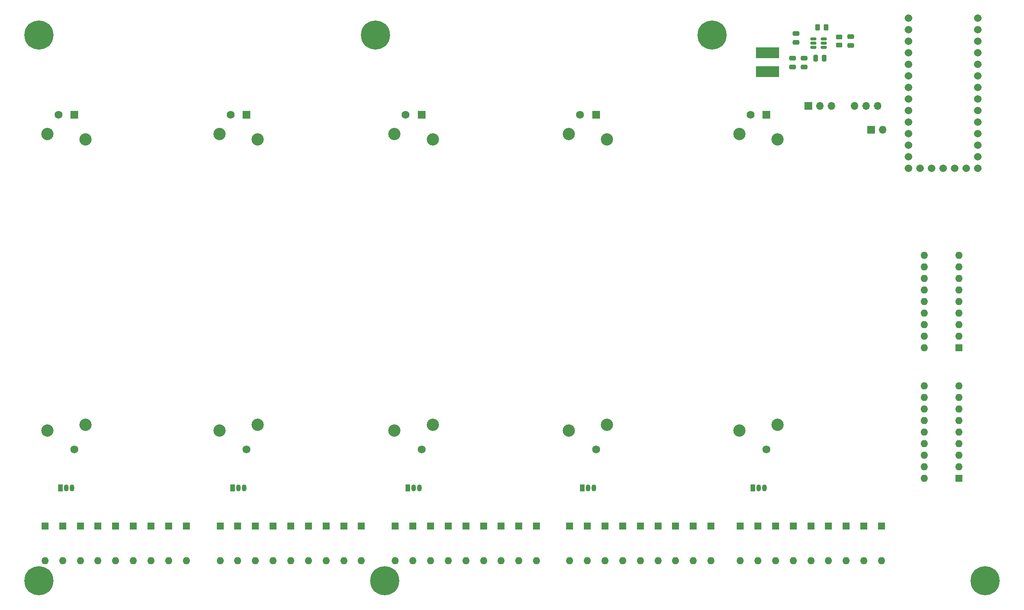
<source format=gbr>
%TF.GenerationSoftware,KiCad,Pcbnew,8.0.1*%
%TF.CreationDate,2024-04-10T00:32:00-05:00*%
%TF.ProjectId,ControlMixer,436f6e74-726f-46c4-9d69-7865722e6b69,rev?*%
%TF.SameCoordinates,Original*%
%TF.FileFunction,Soldermask,Bot*%
%TF.FilePolarity,Negative*%
%FSLAX46Y46*%
G04 Gerber Fmt 4.6, Leading zero omitted, Abs format (unit mm)*
G04 Created by KiCad (PCBNEW 8.0.1) date 2024-04-10 00:32:00*
%MOMM*%
%LPD*%
G01*
G04 APERTURE LIST*
G04 Aperture macros list*
%AMRoundRect*
0 Rectangle with rounded corners*
0 $1 Rounding radius*
0 $2 $3 $4 $5 $6 $7 $8 $9 X,Y pos of 4 corners*
0 Add a 4 corners polygon primitive as box body*
4,1,4,$2,$3,$4,$5,$6,$7,$8,$9,$2,$3,0*
0 Add four circle primitives for the rounded corners*
1,1,$1+$1,$2,$3*
1,1,$1+$1,$4,$5*
1,1,$1+$1,$6,$7*
1,1,$1+$1,$8,$9*
0 Add four rect primitives between the rounded corners*
20,1,$1+$1,$2,$3,$4,$5,0*
20,1,$1+$1,$4,$5,$6,$7,0*
20,1,$1+$1,$6,$7,$8,$9,0*
20,1,$1+$1,$8,$9,$2,$3,0*%
G04 Aperture macros list end*
%ADD10C,6.400000*%
%ADD11C,1.665000*%
%ADD12R,1.750000X1.750000*%
%ADD13C,1.750000*%
%ADD14C,2.700000*%
%ADD15R,1.600000X1.600000*%
%ADD16O,1.600000X1.600000*%
%ADD17R,1.050000X1.500000*%
%ADD18O,1.050000X1.500000*%
%ADD19R,1.700000X1.700000*%
%ADD20O,1.700000X1.700000*%
%ADD21RoundRect,0.250000X0.262500X0.450000X-0.262500X0.450000X-0.262500X-0.450000X0.262500X-0.450000X0*%
%ADD22RoundRect,0.250000X0.475000X-0.250000X0.475000X0.250000X-0.475000X0.250000X-0.475000X-0.250000X0*%
%ADD23R,5.100000X2.350000*%
%ADD24RoundRect,0.250000X0.450000X-0.262500X0.450000X0.262500X-0.450000X0.262500X-0.450000X-0.262500X0*%
%ADD25RoundRect,0.150000X0.512500X0.150000X-0.512500X0.150000X-0.512500X-0.150000X0.512500X-0.150000X0*%
%ADD26RoundRect,0.250000X0.250000X0.475000X-0.250000X0.475000X-0.250000X-0.475000X0.250000X-0.475000X0*%
G04 APERTURE END LIST*
D10*
%TO.C,J6*%
X248000000Y-154000000D03*
%TD*%
%TO.C,J5*%
X116000000Y-154000000D03*
%TD*%
%TO.C,J4*%
X40000000Y-154000000D03*
%TD*%
D11*
%TO.C,IC1*%
X231130000Y-30295000D03*
X231130000Y-32835000D03*
X231130000Y-35375000D03*
X231130000Y-37915000D03*
X231130000Y-40455000D03*
X231130000Y-42995000D03*
X231130000Y-45535000D03*
X231130000Y-48075000D03*
X231130000Y-50615000D03*
X231130000Y-53155000D03*
X231130000Y-55695000D03*
X231130000Y-58235000D03*
X231130000Y-60775000D03*
X231130000Y-63315000D03*
X233670000Y-63315000D03*
X236210000Y-63315000D03*
X238750000Y-63315000D03*
X241290000Y-63315000D03*
X243830000Y-63315000D03*
X246370000Y-63315000D03*
X246370000Y-60775000D03*
X246370000Y-58235000D03*
X246370000Y-55695000D03*
X246370000Y-53155000D03*
X246370000Y-50615000D03*
X246370000Y-48075000D03*
X246370000Y-45535000D03*
X246370000Y-42995000D03*
X246370000Y-40455000D03*
X246370000Y-37915000D03*
X246370000Y-35375000D03*
X246370000Y-32835000D03*
X246370000Y-30295000D03*
%TD*%
D10*
%TO.C,J3*%
X188000000Y-34000000D03*
%TD*%
%TO.C,J2*%
X114000000Y-34000000D03*
%TD*%
%TO.C,J1*%
X40000000Y-34000000D03*
%TD*%
D12*
%TO.C,RV1*%
X47789064Y-51555000D03*
D13*
X44289064Y-51555000D03*
X47789064Y-125055000D03*
D14*
X41839064Y-55705000D03*
X50239064Y-56905000D03*
X50239064Y-119705000D03*
X41839064Y-120905000D03*
%TD*%
D15*
%TO.C,D32*%
X160568750Y-141895000D03*
D16*
X160568750Y-149515000D03*
%TD*%
D15*
%TO.C,D16*%
X83718750Y-141895000D03*
D16*
X83718750Y-149515000D03*
%TD*%
D12*
%TO.C,RV2*%
X85612500Y-51555000D03*
D13*
X82112500Y-51555000D03*
X85612500Y-125055000D03*
D14*
X79662500Y-55705000D03*
X88062500Y-56905000D03*
X88062500Y-119705000D03*
X79662500Y-120905000D03*
%TD*%
D15*
%TO.C,D4*%
X60739064Y-141895000D03*
D16*
X60739064Y-149515000D03*
%TD*%
D15*
%TO.C,D14*%
X91481250Y-141895000D03*
D16*
X91481250Y-149515000D03*
%TD*%
D15*
%TO.C,D11*%
X103125000Y-141895000D03*
D16*
X103125000Y-149515000D03*
%TD*%
D15*
%TO.C,D21*%
X133862500Y-141895000D03*
D16*
X133862500Y-149515000D03*
%TD*%
D15*
%TO.C,D36*%
X213593750Y-141895000D03*
D16*
X213593750Y-149515000D03*
%TD*%
D15*
%TO.C,D35*%
X217475000Y-141895000D03*
D16*
X217475000Y-149515000D03*
%TD*%
D15*
%TO.C,D5*%
X56857814Y-141895000D03*
D16*
X56857814Y-149515000D03*
%TD*%
D15*
%TO.C,D9*%
X110887500Y-141895000D03*
D16*
X110887500Y-149515000D03*
%TD*%
D15*
%TO.C,D27*%
X179975000Y-141895000D03*
D16*
X179975000Y-149515000D03*
%TD*%
D15*
%TO.C,D19*%
X141625000Y-141895000D03*
D16*
X141625000Y-149515000D03*
%TD*%
D15*
%TO.C,D25*%
X187737500Y-141895000D03*
D16*
X187737500Y-149515000D03*
%TD*%
D15*
%TO.C,D24*%
X122218750Y-141895000D03*
D16*
X122218750Y-149515000D03*
%TD*%
D15*
%TO.C,D3*%
X64620314Y-141895000D03*
D16*
X64620314Y-149515000D03*
%TD*%
D17*
%TO.C,Q4*%
X159442500Y-133565000D03*
D18*
X160712500Y-133565000D03*
X161982500Y-133565000D03*
%TD*%
D15*
%TO.C,D33*%
X225237500Y-141895000D03*
D16*
X225237500Y-149515000D03*
%TD*%
D15*
%TO.C,D30*%
X168331250Y-141895000D03*
D16*
X168331250Y-149515000D03*
%TD*%
D15*
%TO.C,D41*%
X41332814Y-141895000D03*
D16*
X41332814Y-149515000D03*
%TD*%
D17*
%TO.C,Q3*%
X121092500Y-133565000D03*
D18*
X122362500Y-133565000D03*
X123632500Y-133565000D03*
%TD*%
D15*
%TO.C,D42*%
X79837500Y-141895000D03*
D16*
X79837500Y-149515000D03*
%TD*%
D19*
%TO.C,JP1*%
X222975000Y-54805000D03*
D20*
X225515000Y-54805000D03*
%TD*%
D17*
%TO.C,Q5*%
X196942500Y-133565000D03*
D18*
X198212500Y-133565000D03*
X199482500Y-133565000D03*
%TD*%
D15*
%TO.C,D13*%
X95362500Y-141895000D03*
D16*
X95362500Y-149515000D03*
%TD*%
D19*
%TO.C,U3*%
X209125000Y-49555000D03*
D20*
X211665000Y-49555000D03*
X214205000Y-49555000D03*
X219285000Y-49555000D03*
X221825000Y-49555000D03*
X224365000Y-49555000D03*
%TD*%
D15*
%TO.C,D40*%
X198068750Y-141895000D03*
D16*
X198068750Y-149515000D03*
%TD*%
D15*
%TO.C,D23*%
X126100000Y-141895000D03*
D16*
X126100000Y-149515000D03*
%TD*%
D15*
%TO.C,D1*%
X72382814Y-141895000D03*
D16*
X72382814Y-149515000D03*
%TD*%
D15*
%TO.C,U1*%
X242300000Y-131455000D03*
D16*
X242300000Y-128915000D03*
X242300000Y-126375000D03*
X242300000Y-123835000D03*
X242300000Y-121295000D03*
X242300000Y-118755000D03*
X242300000Y-116215000D03*
X242300000Y-113675000D03*
X242300000Y-111135000D03*
X234680000Y-111135000D03*
X234680000Y-113675000D03*
X234680000Y-116215000D03*
X234680000Y-118755000D03*
X234680000Y-121295000D03*
X234680000Y-123835000D03*
X234680000Y-126375000D03*
X234680000Y-128915000D03*
X234680000Y-131455000D03*
%TD*%
D15*
%TO.C,D18*%
X145506250Y-141895000D03*
D16*
X145506250Y-149515000D03*
%TD*%
D15*
%TO.C,D37*%
X209712500Y-141895000D03*
D16*
X209712500Y-149515000D03*
%TD*%
D15*
%TO.C,D10*%
X107006250Y-141895000D03*
D16*
X107006250Y-149515000D03*
%TD*%
D17*
%TO.C,Q1*%
X44769064Y-133565000D03*
D18*
X46039064Y-133565000D03*
X47309064Y-133565000D03*
%TD*%
D15*
%TO.C,D38*%
X205831250Y-141895000D03*
D16*
X205831250Y-149515000D03*
%TD*%
D15*
%TO.C,D29*%
X172212500Y-141895000D03*
D16*
X172212500Y-149515000D03*
%TD*%
D15*
%TO.C,D26*%
X183856250Y-141895000D03*
D16*
X183856250Y-149515000D03*
%TD*%
D12*
%TO.C,RV5*%
X199962500Y-51555000D03*
D13*
X196462500Y-51555000D03*
X199962500Y-125055000D03*
D14*
X194012500Y-55705000D03*
X202412500Y-56905000D03*
X202412500Y-119705000D03*
X194012500Y-120905000D03*
%TD*%
D12*
%TO.C,RV4*%
X162462500Y-51555000D03*
D13*
X158962500Y-51555000D03*
X162462500Y-125055000D03*
D14*
X156512500Y-55705000D03*
X164912500Y-56905000D03*
X164912500Y-119705000D03*
X156512500Y-120905000D03*
%TD*%
D15*
%TO.C,D17*%
X149387500Y-141895000D03*
D16*
X149387500Y-149515000D03*
%TD*%
D15*
%TO.C,D39*%
X201950000Y-141895000D03*
D16*
X201950000Y-149515000D03*
%TD*%
D15*
%TO.C,D43*%
X118337500Y-141895000D03*
D16*
X118337500Y-149515000D03*
%TD*%
D15*
%TO.C,D28*%
X176093750Y-141895000D03*
D16*
X176093750Y-149515000D03*
%TD*%
D15*
%TO.C,D31*%
X164450000Y-141895000D03*
D16*
X164450000Y-149515000D03*
%TD*%
D15*
%TO.C,D45*%
X194187500Y-141895000D03*
D16*
X194187500Y-149515000D03*
%TD*%
D12*
%TO.C,RV3*%
X124112500Y-51555000D03*
D13*
X120612500Y-51555000D03*
X124112500Y-125055000D03*
D14*
X118162500Y-55705000D03*
X126562500Y-56905000D03*
X126562500Y-119705000D03*
X118162500Y-120905000D03*
%TD*%
D15*
%TO.C,D44*%
X156687500Y-141895000D03*
D16*
X156687500Y-149515000D03*
%TD*%
D15*
%TO.C,D8*%
X45214064Y-141895000D03*
D16*
X45214064Y-149515000D03*
%TD*%
D15*
%TO.C,D2*%
X68501564Y-141895000D03*
D16*
X68501564Y-149515000D03*
%TD*%
D15*
%TO.C,D20*%
X137743750Y-141895000D03*
D16*
X137743750Y-149515000D03*
%TD*%
D15*
%TO.C,D34*%
X221356250Y-141895000D03*
D16*
X221356250Y-149515000D03*
%TD*%
D15*
%TO.C,D22*%
X129981250Y-141895000D03*
D16*
X129981250Y-149515000D03*
%TD*%
D15*
%TO.C,D6*%
X52976564Y-141895000D03*
D16*
X52976564Y-149515000D03*
%TD*%
D15*
%TO.C,D12*%
X99243750Y-141895000D03*
D16*
X99243750Y-149515000D03*
%TD*%
D15*
%TO.C,D15*%
X87600000Y-141895000D03*
D16*
X87600000Y-149515000D03*
%TD*%
D15*
%TO.C,D7*%
X49095314Y-141895000D03*
D16*
X49095314Y-149515000D03*
%TD*%
D15*
%TO.C,U2*%
X242300000Y-102705000D03*
D16*
X242300000Y-100165000D03*
X242300000Y-97625000D03*
X242300000Y-95085000D03*
X242300000Y-92545000D03*
X242300000Y-90005000D03*
X242300000Y-87465000D03*
X242300000Y-84925000D03*
X242300000Y-82385000D03*
X234680000Y-82385000D03*
X234680000Y-84925000D03*
X234680000Y-87465000D03*
X234680000Y-90005000D03*
X234680000Y-92545000D03*
X234680000Y-95085000D03*
X234680000Y-97625000D03*
X234680000Y-100165000D03*
X234680000Y-102705000D03*
%TD*%
D17*
%TO.C,Q2*%
X82592500Y-133565000D03*
D18*
X83862500Y-133565000D03*
X85132500Y-133565000D03*
%TD*%
D21*
%TO.C,R2*%
X213037464Y-32305000D03*
X211212464Y-32305000D03*
%TD*%
D22*
%TO.C,C2.2*%
X205712464Y-41005000D03*
X205712464Y-39105000D03*
%TD*%
D23*
%TO.C,L1*%
X200212464Y-37905000D03*
X200212464Y-42055000D03*
%TD*%
D22*
%TO.C,C4*%
X218462464Y-36255000D03*
X218462464Y-34355000D03*
%TD*%
D24*
%TO.C,R1*%
X215962464Y-36217500D03*
X215962464Y-34392500D03*
%TD*%
D25*
%TO.C,U4*%
X212562464Y-34805000D03*
X212562464Y-35755000D03*
X212562464Y-36705000D03*
X210287464Y-36705000D03*
X210287464Y-35755000D03*
X210287464Y-34805000D03*
%TD*%
D22*
%TO.C,C2.1*%
X208212464Y-41005000D03*
X208212464Y-39105000D03*
%TD*%
%TO.C,C3*%
X206462464Y-35555000D03*
X206462464Y-33655000D03*
%TD*%
D26*
%TO.C,C1*%
X212662464Y-39055000D03*
X210762464Y-39055000D03*
%TD*%
M02*

</source>
